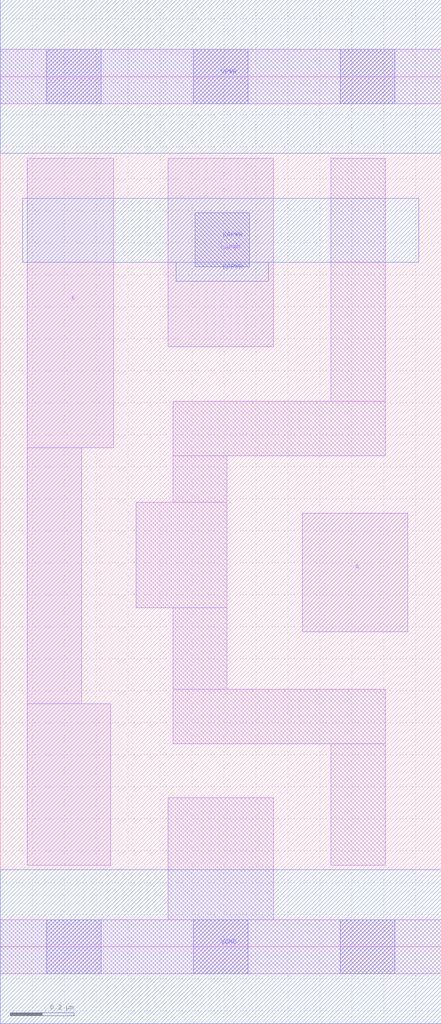
<source format=lef>
# Copyright 2020 The SkyWater PDK Authors
#
# Licensed under the Apache License, Version 2.0 (the "License");
# you may not use this file except in compliance with the License.
# You may obtain a copy of the License at
#
#     https://www.apache.org/licenses/LICENSE-2.0
#
# Unless required by applicable law or agreed to in writing, software
# distributed under the License is distributed on an "AS IS" BASIS,
# WITHOUT WARRANTIES OR CONDITIONS OF ANY KIND, either express or implied.
# See the License for the specific language governing permissions and
# limitations under the License.
#
# SPDX-License-Identifier: Apache-2.0

VERSION 5.7 ;
  NOWIREEXTENSIONATPIN ON ;
  DIVIDERCHAR "/" ;
  BUSBITCHARS "[]" ;
UNITS
  DATABASE MICRONS 200 ;
END UNITS
MACRO sky130_fd_sc_hd__lpflow_clkbufkapwr_1
  CLASS CORE ;
  FOREIGN sky130_fd_sc_hd__lpflow_clkbufkapwr_1 ;
  ORIGIN  0.000000  0.000000 ;
  SIZE  1.380000 BY  2.720000 ;
  SYMMETRY X Y R90 ;
  SITE unithd ;
  PIN A
    ANTENNAGATEAREA  0.196500 ;
    DIRECTION INPUT ;
    USE SIGNAL ;
    PORT
      LAYER li1 ;
        RECT 0.945000 0.985000 1.275000 1.355000 ;
    END
  END A
  PIN X
    ANTENNADIFFAREA  0.340600 ;
    DIRECTION OUTPUT ;
    USE SIGNAL ;
    PORT
      LAYER li1 ;
        RECT 0.085000 0.255000 0.345000 0.760000 ;
        RECT 0.085000 0.760000 0.255000 1.560000 ;
        RECT 0.085000 1.560000 0.355000 2.465000 ;
    END
  END X
  PIN KAPWR
    DIRECTION INOUT ;
    SHAPE ABUTMENT ;
    USE POWER ;
    PORT
      LAYER li1 ;
        RECT 0.525000 1.875000 0.855000 2.465000 ;
      LAYER mcon ;
        RECT 0.610000 2.125000 0.780000 2.295000 ;
    END
    PORT
      LAYER met1 ;
        RECT 0.070000 2.140000 1.310000 2.340000 ;
        RECT 0.550000 2.080000 0.840000 2.140000 ;
    END
  END KAPWR
  PIN VGND
    DIRECTION INOUT ;
    SHAPE ABUTMENT ;
    USE GROUND ;
    PORT
      LAYER met1 ;
        RECT 0.000000 -0.240000 1.380000 0.240000 ;
    END
  END VGND
  PIN VPWR
    DIRECTION INOUT ;
    SHAPE ABUTMENT ;
    USE POWER ;
    PORT
      LAYER met1 ;
        RECT 0.000000 2.480000 1.380000 2.960000 ;
    END
  END VPWR
  OBS
    LAYER li1 ;
      RECT 0.000000 -0.085000 1.380000 0.085000 ;
      RECT 0.000000  2.635000 1.380000 2.805000 ;
      RECT 0.425000  1.060000 0.710000 1.390000 ;
      RECT 0.525000  0.085000 0.855000 0.465000 ;
      RECT 0.540000  0.635000 1.205000 0.805000 ;
      RECT 0.540000  0.805000 0.710000 1.060000 ;
      RECT 0.540000  1.390000 0.710000 1.535000 ;
      RECT 0.540000  1.535000 1.205000 1.705000 ;
      RECT 1.035000  0.255000 1.205000 0.635000 ;
      RECT 1.035000  1.705000 1.205000 2.465000 ;
    LAYER mcon ;
      RECT 0.145000 -0.085000 0.315000 0.085000 ;
      RECT 0.145000  2.635000 0.315000 2.805000 ;
      RECT 0.605000 -0.085000 0.775000 0.085000 ;
      RECT 0.605000  2.635000 0.775000 2.805000 ;
      RECT 1.065000 -0.085000 1.235000 0.085000 ;
      RECT 1.065000  2.635000 1.235000 2.805000 ;
  END
END sky130_fd_sc_hd__lpflow_clkbufkapwr_1
END LIBRARY

</source>
